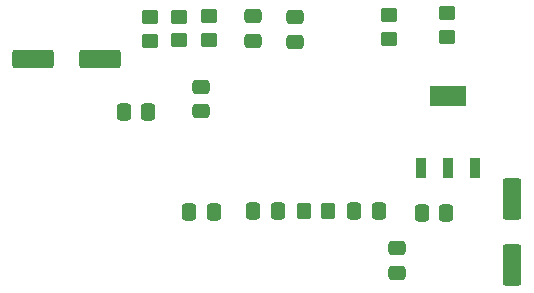
<source format=gbr>
%TF.GenerationSoftware,KiCad,Pcbnew,8.0.4*%
%TF.CreationDate,2025-05-02T23:51:08+05:30*%
%TF.ProjectId,Si4735Board,53693437-3335-4426-9f61-72642e6b6963,rev?*%
%TF.SameCoordinates,Original*%
%TF.FileFunction,Paste,Top*%
%TF.FilePolarity,Positive*%
%FSLAX46Y46*%
G04 Gerber Fmt 4.6, Leading zero omitted, Abs format (unit mm)*
G04 Created by KiCad (PCBNEW 8.0.4) date 2025-05-02 23:51:08*
%MOMM*%
%LPD*%
G01*
G04 APERTURE LIST*
G04 Aperture macros list*
%AMRoundRect*
0 Rectangle with rounded corners*
0 $1 Rounding radius*
0 $2 $3 $4 $5 $6 $7 $8 $9 X,Y pos of 4 corners*
0 Add a 4 corners polygon primitive as box body*
4,1,4,$2,$3,$4,$5,$6,$7,$8,$9,$2,$3,0*
0 Add four circle primitives for the rounded corners*
1,1,$1+$1,$2,$3*
1,1,$1+$1,$4,$5*
1,1,$1+$1,$6,$7*
1,1,$1+$1,$8,$9*
0 Add four rect primitives between the rounded corners*
20,1,$1+$1,$2,$3,$4,$5,0*
20,1,$1+$1,$4,$5,$6,$7,0*
20,1,$1+$1,$6,$7,$8,$9,0*
20,1,$1+$1,$8,$9,$2,$3,0*%
G04 Aperture macros list end*
%ADD10RoundRect,0.250000X0.337500X0.475000X-0.337500X0.475000X-0.337500X-0.475000X0.337500X-0.475000X0*%
%ADD11RoundRect,0.250000X-0.475000X0.337500X-0.475000X-0.337500X0.475000X-0.337500X0.475000X0.337500X0*%
%ADD12RoundRect,0.250000X-0.337500X-0.475000X0.337500X-0.475000X0.337500X0.475000X-0.337500X0.475000X0*%
%ADD13RoundRect,0.250000X0.475000X-0.337500X0.475000X0.337500X-0.475000X0.337500X-0.475000X-0.337500X0*%
%ADD14R,0.850800X1.761200*%
%ADD15R,3.150799X1.761200*%
%ADD16RoundRect,0.250000X0.450000X-0.350000X0.450000X0.350000X-0.450000X0.350000X-0.450000X-0.350000X0*%
%ADD17RoundRect,0.250000X-0.450000X0.350000X-0.450000X-0.350000X0.450000X-0.350000X0.450000X0.350000X0*%
%ADD18RoundRect,0.250000X-0.350000X-0.450000X0.350000X-0.450000X0.350000X0.450000X-0.350000X0.450000X0*%
%ADD19RoundRect,0.250000X1.500000X0.550000X-1.500000X0.550000X-1.500000X-0.550000X1.500000X-0.550000X0*%
%ADD20RoundRect,0.250000X-0.550000X1.500000X-0.550000X-1.500000X0.550000X-1.500000X0.550000X1.500000X0*%
G04 APERTURE END LIST*
D10*
%TO.C,C7*%
X135970700Y-99806500D03*
X133895700Y-99806500D03*
%TD*%
D11*
%TO.C,C9*%
X129450700Y-89276500D03*
X129450700Y-91351500D03*
%TD*%
D10*
%TO.C,C1*%
X130560700Y-99856500D03*
X128485700Y-99856500D03*
%TD*%
D11*
%TO.C,C6*%
X133870700Y-83279000D03*
X133870700Y-85354000D03*
%TD*%
D12*
%TO.C,C11*%
X142475700Y-99806500D03*
X144550700Y-99806500D03*
%TD*%
D10*
%TO.C,C3*%
X150265700Y-99956500D03*
X148190700Y-99956500D03*
%TD*%
D13*
%TO.C,C10*%
X146120700Y-105021500D03*
X146120700Y-102946500D03*
%TD*%
D14*
%TO.C,U1*%
X148100700Y-96111500D03*
X150400700Y-96111500D03*
X152700700Y-96111500D03*
D15*
X150400700Y-90061500D03*
%TD*%
D16*
%TO.C,R4*%
X125130700Y-85366500D03*
X125130700Y-83366500D03*
%TD*%
%TO.C,R1*%
X150300700Y-85056500D03*
X150300700Y-83056500D03*
%TD*%
D10*
%TO.C,C8*%
X125018200Y-91376500D03*
X122943200Y-91376500D03*
%TD*%
D17*
%TO.C,R7*%
X130200700Y-83276500D03*
X130200700Y-85276500D03*
%TD*%
D11*
%TO.C,C5*%
X137480700Y-83386500D03*
X137480700Y-85461500D03*
%TD*%
D16*
%TO.C,R3*%
X127590700Y-85346500D03*
X127590700Y-83346500D03*
%TD*%
D18*
%TO.C,R5*%
X138210700Y-99766500D03*
X140210700Y-99766500D03*
%TD*%
D19*
%TO.C,C4*%
X120900700Y-86916500D03*
X115300700Y-86916500D03*
%TD*%
D20*
%TO.C,C2*%
X155850700Y-98786500D03*
X155850700Y-104386500D03*
%TD*%
D16*
%TO.C,R2*%
X145390700Y-85216500D03*
X145390700Y-83216500D03*
%TD*%
M02*

</source>
